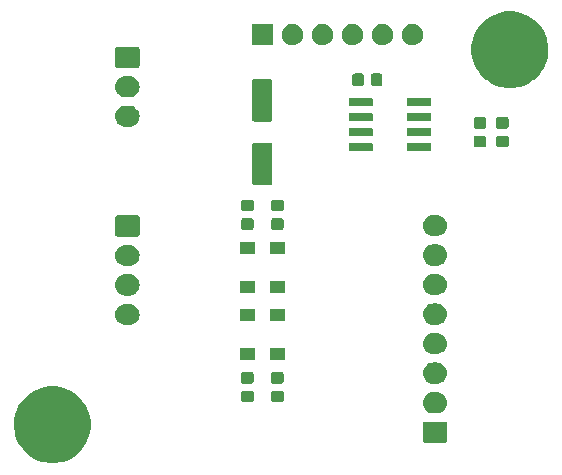
<source format=gbr>
G04 #@! TF.GenerationSoftware,KiCad,Pcbnew,(5.1.5)-3*
G04 #@! TF.CreationDate,2020-09-26T22:29:55+02:00*
G04 #@! TF.ProjectId,KnokooPedalCtrl,4b6e6f6b-6f6f-4506-9564-616c4374726c,v0.0*
G04 #@! TF.SameCoordinates,Original*
G04 #@! TF.FileFunction,Soldermask,Top*
G04 #@! TF.FilePolarity,Negative*
%FSLAX46Y46*%
G04 Gerber Fmt 4.6, Leading zero omitted, Abs format (unit mm)*
G04 Created by KiCad (PCBNEW (5.1.5)-3) date 2020-09-26 22:29:55*
%MOMM*%
%LPD*%
G04 APERTURE LIST*
%ADD10C,0.100000*%
G04 APERTURE END LIST*
D10*
G36*
X59054239Y-88251467D02*
G01*
X59368282Y-88313934D01*
X59959926Y-88559001D01*
X60248604Y-88751890D01*
X60492391Y-88914783D01*
X60945217Y-89367609D01*
X60965773Y-89398373D01*
X61300999Y-89900074D01*
X61512815Y-90411443D01*
X61546066Y-90491719D01*
X61671000Y-91119803D01*
X61671000Y-91760197D01*
X61608533Y-92074239D01*
X61546066Y-92388282D01*
X61300999Y-92979926D01*
X60945216Y-93512392D01*
X60492392Y-93965216D01*
X59959926Y-94320999D01*
X59368282Y-94566066D01*
X59054239Y-94628533D01*
X58740197Y-94691000D01*
X58099803Y-94691000D01*
X57785761Y-94628533D01*
X57471718Y-94566066D01*
X56880074Y-94320999D01*
X56347608Y-93965216D01*
X55894784Y-93512392D01*
X55539001Y-92979926D01*
X55293934Y-92388282D01*
X55231467Y-92074239D01*
X55169000Y-91760197D01*
X55169000Y-91119803D01*
X55293934Y-90491719D01*
X55327185Y-90411443D01*
X55539001Y-89900074D01*
X55874227Y-89398373D01*
X55894783Y-89367609D01*
X56347609Y-88914783D01*
X56591396Y-88751890D01*
X56880074Y-88559001D01*
X57471718Y-88313934D01*
X57785761Y-88251467D01*
X58099803Y-88189000D01*
X58740197Y-88189000D01*
X59054239Y-88251467D01*
G37*
G36*
X91688600Y-91177989D02*
G01*
X91721652Y-91188015D01*
X91752103Y-91204292D01*
X91778799Y-91226201D01*
X91800708Y-91252897D01*
X91816985Y-91283348D01*
X91827011Y-91316400D01*
X91831000Y-91356903D01*
X91831000Y-92793097D01*
X91827011Y-92833600D01*
X91816985Y-92866652D01*
X91800708Y-92897103D01*
X91778799Y-92923799D01*
X91752103Y-92945708D01*
X91721652Y-92961985D01*
X91688600Y-92972011D01*
X91648097Y-92976000D01*
X89961903Y-92976000D01*
X89921400Y-92972011D01*
X89888348Y-92961985D01*
X89857897Y-92945708D01*
X89831201Y-92923799D01*
X89809292Y-92897103D01*
X89793015Y-92866652D01*
X89782989Y-92833600D01*
X89779000Y-92793097D01*
X89779000Y-91356903D01*
X89782989Y-91316400D01*
X89793015Y-91283348D01*
X89809292Y-91252897D01*
X89831201Y-91226201D01*
X89857897Y-91204292D01*
X89888348Y-91188015D01*
X89921400Y-91177989D01*
X89961903Y-91174000D01*
X91648097Y-91174000D01*
X91688600Y-91177989D01*
G37*
G36*
X91040443Y-88680519D02*
G01*
X91106627Y-88687037D01*
X91276466Y-88738557D01*
X91432991Y-88822222D01*
X91468729Y-88851552D01*
X91570186Y-88934814D01*
X91653448Y-89036271D01*
X91682778Y-89072009D01*
X91766443Y-89228534D01*
X91817963Y-89398373D01*
X91835359Y-89575000D01*
X91817963Y-89751627D01*
X91766443Y-89921466D01*
X91682778Y-90077991D01*
X91653448Y-90113729D01*
X91570186Y-90215186D01*
X91468729Y-90298448D01*
X91432991Y-90327778D01*
X91276466Y-90411443D01*
X91106627Y-90462963D01*
X91040442Y-90469482D01*
X90974260Y-90476000D01*
X90635740Y-90476000D01*
X90569558Y-90469482D01*
X90503373Y-90462963D01*
X90333534Y-90411443D01*
X90177009Y-90327778D01*
X90141271Y-90298448D01*
X90039814Y-90215186D01*
X89956552Y-90113729D01*
X89927222Y-90077991D01*
X89843557Y-89921466D01*
X89792037Y-89751627D01*
X89774641Y-89575000D01*
X89792037Y-89398373D01*
X89843557Y-89228534D01*
X89927222Y-89072009D01*
X89956552Y-89036271D01*
X90039814Y-88934814D01*
X90141271Y-88851552D01*
X90177009Y-88822222D01*
X90333534Y-88738557D01*
X90503373Y-88687037D01*
X90569557Y-88680519D01*
X90635740Y-88674000D01*
X90974260Y-88674000D01*
X91040443Y-88680519D01*
G37*
G36*
X75309591Y-88568085D02*
G01*
X75343569Y-88578393D01*
X75374890Y-88595134D01*
X75402339Y-88617661D01*
X75424866Y-88645110D01*
X75441607Y-88676431D01*
X75451915Y-88710409D01*
X75456000Y-88751890D01*
X75456000Y-89353110D01*
X75451915Y-89394591D01*
X75441607Y-89428569D01*
X75424866Y-89459890D01*
X75402339Y-89487339D01*
X75374890Y-89509866D01*
X75343569Y-89526607D01*
X75309591Y-89536915D01*
X75268110Y-89541000D01*
X74591890Y-89541000D01*
X74550409Y-89536915D01*
X74516431Y-89526607D01*
X74485110Y-89509866D01*
X74457661Y-89487339D01*
X74435134Y-89459890D01*
X74418393Y-89428569D01*
X74408085Y-89394591D01*
X74404000Y-89353110D01*
X74404000Y-88751890D01*
X74408085Y-88710409D01*
X74418393Y-88676431D01*
X74435134Y-88645110D01*
X74457661Y-88617661D01*
X74485110Y-88595134D01*
X74516431Y-88578393D01*
X74550409Y-88568085D01*
X74591890Y-88564000D01*
X75268110Y-88564000D01*
X75309591Y-88568085D01*
G37*
G36*
X77849591Y-88568085D02*
G01*
X77883569Y-88578393D01*
X77914890Y-88595134D01*
X77942339Y-88617661D01*
X77964866Y-88645110D01*
X77981607Y-88676431D01*
X77991915Y-88710409D01*
X77996000Y-88751890D01*
X77996000Y-89353110D01*
X77991915Y-89394591D01*
X77981607Y-89428569D01*
X77964866Y-89459890D01*
X77942339Y-89487339D01*
X77914890Y-89509866D01*
X77883569Y-89526607D01*
X77849591Y-89536915D01*
X77808110Y-89541000D01*
X77131890Y-89541000D01*
X77090409Y-89536915D01*
X77056431Y-89526607D01*
X77025110Y-89509866D01*
X76997661Y-89487339D01*
X76975134Y-89459890D01*
X76958393Y-89428569D01*
X76948085Y-89394591D01*
X76944000Y-89353110D01*
X76944000Y-88751890D01*
X76948085Y-88710409D01*
X76958393Y-88676431D01*
X76975134Y-88645110D01*
X76997661Y-88617661D01*
X77025110Y-88595134D01*
X77056431Y-88578393D01*
X77090409Y-88568085D01*
X77131890Y-88564000D01*
X77808110Y-88564000D01*
X77849591Y-88568085D01*
G37*
G36*
X91040442Y-86180518D02*
G01*
X91106627Y-86187037D01*
X91276466Y-86238557D01*
X91432991Y-86322222D01*
X91468729Y-86351552D01*
X91570186Y-86434814D01*
X91653448Y-86536271D01*
X91682778Y-86572009D01*
X91766443Y-86728534D01*
X91817963Y-86898373D01*
X91835359Y-87075000D01*
X91817963Y-87251627D01*
X91766443Y-87421466D01*
X91682778Y-87577991D01*
X91653448Y-87613729D01*
X91570186Y-87715186D01*
X91468729Y-87798448D01*
X91432991Y-87827778D01*
X91276466Y-87911443D01*
X91106627Y-87962963D01*
X91040442Y-87969482D01*
X90974260Y-87976000D01*
X90635740Y-87976000D01*
X90569558Y-87969482D01*
X90503373Y-87962963D01*
X90333534Y-87911443D01*
X90177009Y-87827778D01*
X90141271Y-87798448D01*
X90039814Y-87715186D01*
X89956552Y-87613729D01*
X89927222Y-87577991D01*
X89843557Y-87421466D01*
X89792037Y-87251627D01*
X89774641Y-87075000D01*
X89792037Y-86898373D01*
X89843557Y-86728534D01*
X89927222Y-86572009D01*
X89956552Y-86536271D01*
X90039814Y-86434814D01*
X90141271Y-86351552D01*
X90177009Y-86322222D01*
X90333534Y-86238557D01*
X90503373Y-86187037D01*
X90569558Y-86180518D01*
X90635740Y-86174000D01*
X90974260Y-86174000D01*
X91040442Y-86180518D01*
G37*
G36*
X77849591Y-86993085D02*
G01*
X77883569Y-87003393D01*
X77914890Y-87020134D01*
X77942339Y-87042661D01*
X77964866Y-87070110D01*
X77981607Y-87101431D01*
X77991915Y-87135409D01*
X77996000Y-87176890D01*
X77996000Y-87778110D01*
X77991915Y-87819591D01*
X77981607Y-87853569D01*
X77964866Y-87884890D01*
X77942339Y-87912339D01*
X77914890Y-87934866D01*
X77883569Y-87951607D01*
X77849591Y-87961915D01*
X77808110Y-87966000D01*
X77131890Y-87966000D01*
X77090409Y-87961915D01*
X77056431Y-87951607D01*
X77025110Y-87934866D01*
X76997661Y-87912339D01*
X76975134Y-87884890D01*
X76958393Y-87853569D01*
X76948085Y-87819591D01*
X76944000Y-87778110D01*
X76944000Y-87176890D01*
X76948085Y-87135409D01*
X76958393Y-87101431D01*
X76975134Y-87070110D01*
X76997661Y-87042661D01*
X77025110Y-87020134D01*
X77056431Y-87003393D01*
X77090409Y-86993085D01*
X77131890Y-86989000D01*
X77808110Y-86989000D01*
X77849591Y-86993085D01*
G37*
G36*
X75309591Y-86993085D02*
G01*
X75343569Y-87003393D01*
X75374890Y-87020134D01*
X75402339Y-87042661D01*
X75424866Y-87070110D01*
X75441607Y-87101431D01*
X75451915Y-87135409D01*
X75456000Y-87176890D01*
X75456000Y-87778110D01*
X75451915Y-87819591D01*
X75441607Y-87853569D01*
X75424866Y-87884890D01*
X75402339Y-87912339D01*
X75374890Y-87934866D01*
X75343569Y-87951607D01*
X75309591Y-87961915D01*
X75268110Y-87966000D01*
X74591890Y-87966000D01*
X74550409Y-87961915D01*
X74516431Y-87951607D01*
X74485110Y-87934866D01*
X74457661Y-87912339D01*
X74435134Y-87884890D01*
X74418393Y-87853569D01*
X74408085Y-87819591D01*
X74404000Y-87778110D01*
X74404000Y-87176890D01*
X74408085Y-87135409D01*
X74418393Y-87101431D01*
X74435134Y-87070110D01*
X74457661Y-87042661D01*
X74485110Y-87020134D01*
X74516431Y-87003393D01*
X74550409Y-86993085D01*
X74591890Y-86989000D01*
X75268110Y-86989000D01*
X75309591Y-86993085D01*
G37*
G36*
X78121000Y-85971000D02*
G01*
X76819000Y-85971000D01*
X76819000Y-84969000D01*
X78121000Y-84969000D01*
X78121000Y-85971000D01*
G37*
G36*
X75581000Y-85971000D02*
G01*
X74279000Y-85971000D01*
X74279000Y-84969000D01*
X75581000Y-84969000D01*
X75581000Y-85971000D01*
G37*
G36*
X91040443Y-83680519D02*
G01*
X91106627Y-83687037D01*
X91276466Y-83738557D01*
X91432991Y-83822222D01*
X91468729Y-83851552D01*
X91570186Y-83934814D01*
X91653448Y-84036271D01*
X91682778Y-84072009D01*
X91766443Y-84228534D01*
X91817963Y-84398373D01*
X91835359Y-84575000D01*
X91817963Y-84751627D01*
X91766443Y-84921466D01*
X91682778Y-85077991D01*
X91653448Y-85113729D01*
X91570186Y-85215186D01*
X91468729Y-85298448D01*
X91432991Y-85327778D01*
X91276466Y-85411443D01*
X91106627Y-85462963D01*
X91040442Y-85469482D01*
X90974260Y-85476000D01*
X90635740Y-85476000D01*
X90569558Y-85469482D01*
X90503373Y-85462963D01*
X90333534Y-85411443D01*
X90177009Y-85327778D01*
X90141271Y-85298448D01*
X90039814Y-85215186D01*
X89956552Y-85113729D01*
X89927222Y-85077991D01*
X89843557Y-84921466D01*
X89792037Y-84751627D01*
X89774641Y-84575000D01*
X89792037Y-84398373D01*
X89843557Y-84228534D01*
X89927222Y-84072009D01*
X89956552Y-84036271D01*
X90039814Y-83934814D01*
X90141271Y-83851552D01*
X90177009Y-83822222D01*
X90333534Y-83738557D01*
X90503373Y-83687037D01*
X90569557Y-83680519D01*
X90635740Y-83674000D01*
X90974260Y-83674000D01*
X91040443Y-83680519D01*
G37*
G36*
X65005442Y-81218018D02*
G01*
X65071627Y-81224537D01*
X65241466Y-81276057D01*
X65397991Y-81359722D01*
X65433729Y-81389052D01*
X65535186Y-81472314D01*
X65617002Y-81572009D01*
X65647778Y-81609509D01*
X65731443Y-81766034D01*
X65782963Y-81935873D01*
X65800359Y-82112500D01*
X65782963Y-82289127D01*
X65731443Y-82458966D01*
X65647778Y-82615491D01*
X65618448Y-82651229D01*
X65535186Y-82752686D01*
X65433729Y-82835948D01*
X65397991Y-82865278D01*
X65241466Y-82948943D01*
X65071627Y-83000463D01*
X65005442Y-83006982D01*
X64939260Y-83013500D01*
X64600740Y-83013500D01*
X64534558Y-83006982D01*
X64468373Y-83000463D01*
X64298534Y-82948943D01*
X64142009Y-82865278D01*
X64106271Y-82835948D01*
X64004814Y-82752686D01*
X63921552Y-82651229D01*
X63892222Y-82615491D01*
X63808557Y-82458966D01*
X63757037Y-82289127D01*
X63739641Y-82112500D01*
X63757037Y-81935873D01*
X63808557Y-81766034D01*
X63892222Y-81609509D01*
X63922998Y-81572009D01*
X64004814Y-81472314D01*
X64106271Y-81389052D01*
X64142009Y-81359722D01*
X64298534Y-81276057D01*
X64468373Y-81224537D01*
X64534558Y-81218018D01*
X64600740Y-81211500D01*
X64939260Y-81211500D01*
X65005442Y-81218018D01*
G37*
G36*
X91040442Y-81180518D02*
G01*
X91106627Y-81187037D01*
X91276466Y-81238557D01*
X91432991Y-81322222D01*
X91468729Y-81351552D01*
X91570186Y-81434814D01*
X91653448Y-81536271D01*
X91682778Y-81572009D01*
X91766443Y-81728534D01*
X91817963Y-81898373D01*
X91835359Y-82075000D01*
X91817963Y-82251627D01*
X91766443Y-82421466D01*
X91682778Y-82577991D01*
X91653448Y-82613729D01*
X91570186Y-82715186D01*
X91468729Y-82798448D01*
X91432991Y-82827778D01*
X91276466Y-82911443D01*
X91106627Y-82962963D01*
X91040443Y-82969481D01*
X90974260Y-82976000D01*
X90635740Y-82976000D01*
X90569557Y-82969481D01*
X90503373Y-82962963D01*
X90333534Y-82911443D01*
X90177009Y-82827778D01*
X90141271Y-82798448D01*
X90039814Y-82715186D01*
X89956552Y-82613729D01*
X89927222Y-82577991D01*
X89843557Y-82421466D01*
X89792037Y-82251627D01*
X89774641Y-82075000D01*
X89792037Y-81898373D01*
X89843557Y-81728534D01*
X89927222Y-81572009D01*
X89956552Y-81536271D01*
X90039814Y-81434814D01*
X90141271Y-81351552D01*
X90177009Y-81322222D01*
X90333534Y-81238557D01*
X90503373Y-81187037D01*
X90569558Y-81180518D01*
X90635740Y-81174000D01*
X90974260Y-81174000D01*
X91040442Y-81180518D01*
G37*
G36*
X78121000Y-82671000D02*
G01*
X76819000Y-82671000D01*
X76819000Y-81669000D01*
X78121000Y-81669000D01*
X78121000Y-82671000D01*
G37*
G36*
X75581000Y-82671000D02*
G01*
X74279000Y-82671000D01*
X74279000Y-81669000D01*
X75581000Y-81669000D01*
X75581000Y-82671000D01*
G37*
G36*
X65005442Y-78718018D02*
G01*
X65071627Y-78724537D01*
X65241466Y-78776057D01*
X65397991Y-78859722D01*
X65433729Y-78889052D01*
X65535186Y-78972314D01*
X65617002Y-79072009D01*
X65647778Y-79109509D01*
X65731443Y-79266034D01*
X65782963Y-79435873D01*
X65800359Y-79612500D01*
X65782963Y-79789127D01*
X65731443Y-79958966D01*
X65647778Y-80115491D01*
X65618448Y-80151229D01*
X65535186Y-80252686D01*
X65433729Y-80335948D01*
X65397991Y-80365278D01*
X65241466Y-80448943D01*
X65071627Y-80500463D01*
X65005443Y-80506981D01*
X64939260Y-80513500D01*
X64600740Y-80513500D01*
X64534557Y-80506981D01*
X64468373Y-80500463D01*
X64298534Y-80448943D01*
X64142009Y-80365278D01*
X64106271Y-80335948D01*
X64004814Y-80252686D01*
X63921552Y-80151229D01*
X63892222Y-80115491D01*
X63808557Y-79958966D01*
X63757037Y-79789127D01*
X63739641Y-79612500D01*
X63757037Y-79435873D01*
X63808557Y-79266034D01*
X63892222Y-79109509D01*
X63922998Y-79072009D01*
X64004814Y-78972314D01*
X64106271Y-78889052D01*
X64142009Y-78859722D01*
X64298534Y-78776057D01*
X64468373Y-78724537D01*
X64534558Y-78718018D01*
X64600740Y-78711500D01*
X64939260Y-78711500D01*
X65005442Y-78718018D01*
G37*
G36*
X91040442Y-78680518D02*
G01*
X91106627Y-78687037D01*
X91276466Y-78738557D01*
X91432991Y-78822222D01*
X91468729Y-78851552D01*
X91570186Y-78934814D01*
X91653448Y-79036271D01*
X91682778Y-79072009D01*
X91766443Y-79228534D01*
X91817963Y-79398373D01*
X91835359Y-79575000D01*
X91817963Y-79751627D01*
X91766443Y-79921466D01*
X91682778Y-80077991D01*
X91653448Y-80113729D01*
X91570186Y-80215186D01*
X91468729Y-80298448D01*
X91432991Y-80327778D01*
X91276466Y-80411443D01*
X91106627Y-80462963D01*
X91040442Y-80469482D01*
X90974260Y-80476000D01*
X90635740Y-80476000D01*
X90569558Y-80469482D01*
X90503373Y-80462963D01*
X90333534Y-80411443D01*
X90177009Y-80327778D01*
X90141271Y-80298448D01*
X90039814Y-80215186D01*
X89956552Y-80113729D01*
X89927222Y-80077991D01*
X89843557Y-79921466D01*
X89792037Y-79751627D01*
X89774641Y-79575000D01*
X89792037Y-79398373D01*
X89843557Y-79228534D01*
X89927222Y-79072009D01*
X89956552Y-79036271D01*
X90039814Y-78934814D01*
X90141271Y-78851552D01*
X90177009Y-78822222D01*
X90333534Y-78738557D01*
X90503373Y-78687037D01*
X90569558Y-78680518D01*
X90635740Y-78674000D01*
X90974260Y-78674000D01*
X91040442Y-78680518D01*
G37*
G36*
X78121000Y-80256000D02*
G01*
X76819000Y-80256000D01*
X76819000Y-79254000D01*
X78121000Y-79254000D01*
X78121000Y-80256000D01*
G37*
G36*
X75581000Y-80256000D02*
G01*
X74279000Y-80256000D01*
X74279000Y-79254000D01*
X75581000Y-79254000D01*
X75581000Y-80256000D01*
G37*
G36*
X65005442Y-76218018D02*
G01*
X65071627Y-76224537D01*
X65241466Y-76276057D01*
X65397991Y-76359722D01*
X65433729Y-76389052D01*
X65535186Y-76472314D01*
X65617002Y-76572009D01*
X65647778Y-76609509D01*
X65731443Y-76766034D01*
X65782963Y-76935873D01*
X65800359Y-77112500D01*
X65782963Y-77289127D01*
X65731443Y-77458966D01*
X65647778Y-77615491D01*
X65618448Y-77651229D01*
X65535186Y-77752686D01*
X65433729Y-77835948D01*
X65397991Y-77865278D01*
X65241466Y-77948943D01*
X65071627Y-78000463D01*
X65005443Y-78006981D01*
X64939260Y-78013500D01*
X64600740Y-78013500D01*
X64534557Y-78006981D01*
X64468373Y-78000463D01*
X64298534Y-77948943D01*
X64142009Y-77865278D01*
X64106271Y-77835948D01*
X64004814Y-77752686D01*
X63921552Y-77651229D01*
X63892222Y-77615491D01*
X63808557Y-77458966D01*
X63757037Y-77289127D01*
X63739641Y-77112500D01*
X63757037Y-76935873D01*
X63808557Y-76766034D01*
X63892222Y-76609509D01*
X63922998Y-76572009D01*
X64004814Y-76472314D01*
X64106271Y-76389052D01*
X64142009Y-76359722D01*
X64298534Y-76276057D01*
X64468373Y-76224537D01*
X64534558Y-76218018D01*
X64600740Y-76211500D01*
X64939260Y-76211500D01*
X65005442Y-76218018D01*
G37*
G36*
X91040443Y-76180519D02*
G01*
X91106627Y-76187037D01*
X91276466Y-76238557D01*
X91432991Y-76322222D01*
X91468729Y-76351552D01*
X91570186Y-76434814D01*
X91653448Y-76536271D01*
X91682778Y-76572009D01*
X91766443Y-76728534D01*
X91817963Y-76898373D01*
X91835359Y-77075000D01*
X91817963Y-77251627D01*
X91766443Y-77421466D01*
X91682778Y-77577991D01*
X91653448Y-77613729D01*
X91570186Y-77715186D01*
X91468729Y-77798448D01*
X91432991Y-77827778D01*
X91276466Y-77911443D01*
X91106627Y-77962963D01*
X91040443Y-77969481D01*
X90974260Y-77976000D01*
X90635740Y-77976000D01*
X90569557Y-77969481D01*
X90503373Y-77962963D01*
X90333534Y-77911443D01*
X90177009Y-77827778D01*
X90141271Y-77798448D01*
X90039814Y-77715186D01*
X89956552Y-77613729D01*
X89927222Y-77577991D01*
X89843557Y-77421466D01*
X89792037Y-77251627D01*
X89774641Y-77075000D01*
X89792037Y-76898373D01*
X89843557Y-76728534D01*
X89927222Y-76572009D01*
X89956552Y-76536271D01*
X90039814Y-76434814D01*
X90141271Y-76351552D01*
X90177009Y-76322222D01*
X90333534Y-76238557D01*
X90503373Y-76187037D01*
X90569557Y-76180519D01*
X90635740Y-76174000D01*
X90974260Y-76174000D01*
X91040443Y-76180519D01*
G37*
G36*
X75581000Y-76956000D02*
G01*
X74279000Y-76956000D01*
X74279000Y-75954000D01*
X75581000Y-75954000D01*
X75581000Y-76956000D01*
G37*
G36*
X78121000Y-76956000D02*
G01*
X76819000Y-76956000D01*
X76819000Y-75954000D01*
X78121000Y-75954000D01*
X78121000Y-76956000D01*
G37*
G36*
X65653600Y-73715489D02*
G01*
X65686652Y-73725515D01*
X65717103Y-73741792D01*
X65743799Y-73763701D01*
X65765708Y-73790397D01*
X65781985Y-73820848D01*
X65792011Y-73853900D01*
X65796000Y-73894403D01*
X65796000Y-75330597D01*
X65792011Y-75371100D01*
X65781985Y-75404152D01*
X65765708Y-75434603D01*
X65743799Y-75461299D01*
X65717103Y-75483208D01*
X65686652Y-75499485D01*
X65653600Y-75509511D01*
X65613097Y-75513500D01*
X63926903Y-75513500D01*
X63886400Y-75509511D01*
X63853348Y-75499485D01*
X63822897Y-75483208D01*
X63796201Y-75461299D01*
X63774292Y-75434603D01*
X63758015Y-75404152D01*
X63747989Y-75371100D01*
X63744000Y-75330597D01*
X63744000Y-73894403D01*
X63747989Y-73853900D01*
X63758015Y-73820848D01*
X63774292Y-73790397D01*
X63796201Y-73763701D01*
X63822897Y-73741792D01*
X63853348Y-73725515D01*
X63886400Y-73715489D01*
X63926903Y-73711500D01*
X65613097Y-73711500D01*
X65653600Y-73715489D01*
G37*
G36*
X91040442Y-73680518D02*
G01*
X91106627Y-73687037D01*
X91276466Y-73738557D01*
X91432991Y-73822222D01*
X91468729Y-73851552D01*
X91570186Y-73934814D01*
X91634072Y-74012661D01*
X91682778Y-74072009D01*
X91766443Y-74228534D01*
X91817963Y-74398373D01*
X91835359Y-74575000D01*
X91817963Y-74751627D01*
X91766443Y-74921466D01*
X91682778Y-75077991D01*
X91653448Y-75113729D01*
X91570186Y-75215186D01*
X91468729Y-75298448D01*
X91432991Y-75327778D01*
X91432989Y-75327779D01*
X91290107Y-75404152D01*
X91276466Y-75411443D01*
X91106627Y-75462963D01*
X91046966Y-75468839D01*
X90974260Y-75476000D01*
X90635740Y-75476000D01*
X90563034Y-75468839D01*
X90503373Y-75462963D01*
X90333534Y-75411443D01*
X90319894Y-75404152D01*
X90177011Y-75327779D01*
X90177009Y-75327778D01*
X90141271Y-75298448D01*
X90039814Y-75215186D01*
X89956552Y-75113729D01*
X89927222Y-75077991D01*
X89843557Y-74921466D01*
X89792037Y-74751627D01*
X89774641Y-74575000D01*
X89792037Y-74398373D01*
X89843557Y-74228534D01*
X89927222Y-74072009D01*
X89975928Y-74012661D01*
X90039814Y-73934814D01*
X90141271Y-73851552D01*
X90177009Y-73822222D01*
X90333534Y-73738557D01*
X90503373Y-73687037D01*
X90569558Y-73680518D01*
X90635740Y-73674000D01*
X90974260Y-73674000D01*
X91040442Y-73680518D01*
G37*
G36*
X75309591Y-73963085D02*
G01*
X75343569Y-73973393D01*
X75374890Y-73990134D01*
X75402339Y-74012661D01*
X75424866Y-74040110D01*
X75441607Y-74071431D01*
X75451915Y-74105409D01*
X75456000Y-74146890D01*
X75456000Y-74748110D01*
X75451915Y-74789591D01*
X75441607Y-74823569D01*
X75424866Y-74854890D01*
X75402339Y-74882339D01*
X75374890Y-74904866D01*
X75343569Y-74921607D01*
X75309591Y-74931915D01*
X75268110Y-74936000D01*
X74591890Y-74936000D01*
X74550409Y-74931915D01*
X74516431Y-74921607D01*
X74485110Y-74904866D01*
X74457661Y-74882339D01*
X74435134Y-74854890D01*
X74418393Y-74823569D01*
X74408085Y-74789591D01*
X74404000Y-74748110D01*
X74404000Y-74146890D01*
X74408085Y-74105409D01*
X74418393Y-74071431D01*
X74435134Y-74040110D01*
X74457661Y-74012661D01*
X74485110Y-73990134D01*
X74516431Y-73973393D01*
X74550409Y-73963085D01*
X74591890Y-73959000D01*
X75268110Y-73959000D01*
X75309591Y-73963085D01*
G37*
G36*
X77849591Y-73963085D02*
G01*
X77883569Y-73973393D01*
X77914890Y-73990134D01*
X77942339Y-74012661D01*
X77964866Y-74040110D01*
X77981607Y-74071431D01*
X77991915Y-74105409D01*
X77996000Y-74146890D01*
X77996000Y-74748110D01*
X77991915Y-74789591D01*
X77981607Y-74823569D01*
X77964866Y-74854890D01*
X77942339Y-74882339D01*
X77914890Y-74904866D01*
X77883569Y-74921607D01*
X77849591Y-74931915D01*
X77808110Y-74936000D01*
X77131890Y-74936000D01*
X77090409Y-74931915D01*
X77056431Y-74921607D01*
X77025110Y-74904866D01*
X76997661Y-74882339D01*
X76975134Y-74854890D01*
X76958393Y-74823569D01*
X76948085Y-74789591D01*
X76944000Y-74748110D01*
X76944000Y-74146890D01*
X76948085Y-74105409D01*
X76958393Y-74071431D01*
X76975134Y-74040110D01*
X76997661Y-74012661D01*
X77025110Y-73990134D01*
X77056431Y-73973393D01*
X77090409Y-73963085D01*
X77131890Y-73959000D01*
X77808110Y-73959000D01*
X77849591Y-73963085D01*
G37*
G36*
X75309591Y-72388085D02*
G01*
X75343569Y-72398393D01*
X75374890Y-72415134D01*
X75402339Y-72437661D01*
X75424866Y-72465110D01*
X75441607Y-72496431D01*
X75451915Y-72530409D01*
X75456000Y-72571890D01*
X75456000Y-73173110D01*
X75451915Y-73214591D01*
X75441607Y-73248569D01*
X75424866Y-73279890D01*
X75402339Y-73307339D01*
X75374890Y-73329866D01*
X75343569Y-73346607D01*
X75309591Y-73356915D01*
X75268110Y-73361000D01*
X74591890Y-73361000D01*
X74550409Y-73356915D01*
X74516431Y-73346607D01*
X74485110Y-73329866D01*
X74457661Y-73307339D01*
X74435134Y-73279890D01*
X74418393Y-73248569D01*
X74408085Y-73214591D01*
X74404000Y-73173110D01*
X74404000Y-72571890D01*
X74408085Y-72530409D01*
X74418393Y-72496431D01*
X74435134Y-72465110D01*
X74457661Y-72437661D01*
X74485110Y-72415134D01*
X74516431Y-72398393D01*
X74550409Y-72388085D01*
X74591890Y-72384000D01*
X75268110Y-72384000D01*
X75309591Y-72388085D01*
G37*
G36*
X77849591Y-72388085D02*
G01*
X77883569Y-72398393D01*
X77914890Y-72415134D01*
X77942339Y-72437661D01*
X77964866Y-72465110D01*
X77981607Y-72496431D01*
X77991915Y-72530409D01*
X77996000Y-72571890D01*
X77996000Y-73173110D01*
X77991915Y-73214591D01*
X77981607Y-73248569D01*
X77964866Y-73279890D01*
X77942339Y-73307339D01*
X77914890Y-73329866D01*
X77883569Y-73346607D01*
X77849591Y-73356915D01*
X77808110Y-73361000D01*
X77131890Y-73361000D01*
X77090409Y-73356915D01*
X77056431Y-73346607D01*
X77025110Y-73329866D01*
X76997661Y-73307339D01*
X76975134Y-73279890D01*
X76958393Y-73248569D01*
X76948085Y-73214591D01*
X76944000Y-73173110D01*
X76944000Y-72571890D01*
X76948085Y-72530409D01*
X76958393Y-72496431D01*
X76975134Y-72465110D01*
X76997661Y-72437661D01*
X77025110Y-72415134D01*
X77056431Y-72398393D01*
X77090409Y-72388085D01*
X77131890Y-72384000D01*
X77808110Y-72384000D01*
X77849591Y-72388085D01*
G37*
G36*
X76905997Y-67578051D02*
G01*
X76939652Y-67588261D01*
X76970665Y-67604838D01*
X76997851Y-67627149D01*
X77020162Y-67654335D01*
X77036739Y-67685348D01*
X77046949Y-67719003D01*
X77051000Y-67760138D01*
X77051000Y-70989862D01*
X77046949Y-71030997D01*
X77036739Y-71064652D01*
X77020162Y-71095665D01*
X76997851Y-71122851D01*
X76970665Y-71145162D01*
X76939652Y-71161739D01*
X76905997Y-71171949D01*
X76864862Y-71176000D01*
X75535138Y-71176000D01*
X75494003Y-71171949D01*
X75460348Y-71161739D01*
X75429335Y-71145162D01*
X75402149Y-71122851D01*
X75379838Y-71095665D01*
X75363261Y-71064652D01*
X75353051Y-71030997D01*
X75349000Y-70989862D01*
X75349000Y-67760138D01*
X75353051Y-67719003D01*
X75363261Y-67685348D01*
X75379838Y-67654335D01*
X75402149Y-67627149D01*
X75429335Y-67604838D01*
X75460348Y-67588261D01*
X75494003Y-67578051D01*
X75535138Y-67574000D01*
X76864862Y-67574000D01*
X76905997Y-67578051D01*
G37*
G36*
X85454928Y-67596764D02*
G01*
X85476009Y-67603160D01*
X85495445Y-67613548D01*
X85512476Y-67627524D01*
X85526452Y-67644555D01*
X85536840Y-67663991D01*
X85543236Y-67685072D01*
X85546000Y-67713140D01*
X85546000Y-68176860D01*
X85543236Y-68204928D01*
X85536840Y-68226009D01*
X85526452Y-68245445D01*
X85512476Y-68262476D01*
X85495445Y-68276452D01*
X85476009Y-68286840D01*
X85454928Y-68293236D01*
X85426860Y-68296000D01*
X83613140Y-68296000D01*
X83585072Y-68293236D01*
X83563991Y-68286840D01*
X83544555Y-68276452D01*
X83527524Y-68262476D01*
X83513548Y-68245445D01*
X83503160Y-68226009D01*
X83496764Y-68204928D01*
X83494000Y-68176860D01*
X83494000Y-67713140D01*
X83496764Y-67685072D01*
X83503160Y-67663991D01*
X83513548Y-67644555D01*
X83527524Y-67627524D01*
X83544555Y-67613548D01*
X83563991Y-67603160D01*
X83585072Y-67596764D01*
X83613140Y-67594000D01*
X85426860Y-67594000D01*
X85454928Y-67596764D01*
G37*
G36*
X90404928Y-67596764D02*
G01*
X90426009Y-67603160D01*
X90445445Y-67613548D01*
X90462476Y-67627524D01*
X90476452Y-67644555D01*
X90486840Y-67663991D01*
X90493236Y-67685072D01*
X90496000Y-67713140D01*
X90496000Y-68176860D01*
X90493236Y-68204928D01*
X90486840Y-68226009D01*
X90476452Y-68245445D01*
X90462476Y-68262476D01*
X90445445Y-68276452D01*
X90426009Y-68286840D01*
X90404928Y-68293236D01*
X90376860Y-68296000D01*
X88563140Y-68296000D01*
X88535072Y-68293236D01*
X88513991Y-68286840D01*
X88494555Y-68276452D01*
X88477524Y-68262476D01*
X88463548Y-68245445D01*
X88453160Y-68226009D01*
X88446764Y-68204928D01*
X88444000Y-68176860D01*
X88444000Y-67713140D01*
X88446764Y-67685072D01*
X88453160Y-67663991D01*
X88463548Y-67644555D01*
X88477524Y-67627524D01*
X88494555Y-67613548D01*
X88513991Y-67603160D01*
X88535072Y-67596764D01*
X88563140Y-67594000D01*
X90376860Y-67594000D01*
X90404928Y-67596764D01*
G37*
G36*
X94994591Y-66978085D02*
G01*
X95028569Y-66988393D01*
X95059890Y-67005134D01*
X95087339Y-67027661D01*
X95109866Y-67055110D01*
X95126607Y-67086431D01*
X95136915Y-67120409D01*
X95141000Y-67161890D01*
X95141000Y-67763110D01*
X95136915Y-67804591D01*
X95126607Y-67838569D01*
X95109866Y-67869890D01*
X95087339Y-67897339D01*
X95059890Y-67919866D01*
X95028569Y-67936607D01*
X94994591Y-67946915D01*
X94953110Y-67951000D01*
X94276890Y-67951000D01*
X94235409Y-67946915D01*
X94201431Y-67936607D01*
X94170110Y-67919866D01*
X94142661Y-67897339D01*
X94120134Y-67869890D01*
X94103393Y-67838569D01*
X94093085Y-67804591D01*
X94089000Y-67763110D01*
X94089000Y-67161890D01*
X94093085Y-67120409D01*
X94103393Y-67086431D01*
X94120134Y-67055110D01*
X94142661Y-67027661D01*
X94170110Y-67005134D01*
X94201431Y-66988393D01*
X94235409Y-66978085D01*
X94276890Y-66974000D01*
X94953110Y-66974000D01*
X94994591Y-66978085D01*
G37*
G36*
X96899591Y-66978085D02*
G01*
X96933569Y-66988393D01*
X96964890Y-67005134D01*
X96992339Y-67027661D01*
X97014866Y-67055110D01*
X97031607Y-67086431D01*
X97041915Y-67120409D01*
X97046000Y-67161890D01*
X97046000Y-67763110D01*
X97041915Y-67804591D01*
X97031607Y-67838569D01*
X97014866Y-67869890D01*
X96992339Y-67897339D01*
X96964890Y-67919866D01*
X96933569Y-67936607D01*
X96899591Y-67946915D01*
X96858110Y-67951000D01*
X96181890Y-67951000D01*
X96140409Y-67946915D01*
X96106431Y-67936607D01*
X96075110Y-67919866D01*
X96047661Y-67897339D01*
X96025134Y-67869890D01*
X96008393Y-67838569D01*
X95998085Y-67804591D01*
X95994000Y-67763110D01*
X95994000Y-67161890D01*
X95998085Y-67120409D01*
X96008393Y-67086431D01*
X96025134Y-67055110D01*
X96047661Y-67027661D01*
X96075110Y-67005134D01*
X96106431Y-66988393D01*
X96140409Y-66978085D01*
X96181890Y-66974000D01*
X96858110Y-66974000D01*
X96899591Y-66978085D01*
G37*
G36*
X90404928Y-66326764D02*
G01*
X90426009Y-66333160D01*
X90445445Y-66343548D01*
X90462476Y-66357524D01*
X90476452Y-66374555D01*
X90486840Y-66393991D01*
X90493236Y-66415072D01*
X90496000Y-66443140D01*
X90496000Y-66906860D01*
X90493236Y-66934928D01*
X90486840Y-66956009D01*
X90476452Y-66975445D01*
X90462476Y-66992476D01*
X90445445Y-67006452D01*
X90426009Y-67016840D01*
X90404928Y-67023236D01*
X90376860Y-67026000D01*
X88563140Y-67026000D01*
X88535072Y-67023236D01*
X88513991Y-67016840D01*
X88494555Y-67006452D01*
X88477524Y-66992476D01*
X88463548Y-66975445D01*
X88453160Y-66956009D01*
X88446764Y-66934928D01*
X88444000Y-66906860D01*
X88444000Y-66443140D01*
X88446764Y-66415072D01*
X88453160Y-66393991D01*
X88463548Y-66374555D01*
X88477524Y-66357524D01*
X88494555Y-66343548D01*
X88513991Y-66333160D01*
X88535072Y-66326764D01*
X88563140Y-66324000D01*
X90376860Y-66324000D01*
X90404928Y-66326764D01*
G37*
G36*
X85454928Y-66326764D02*
G01*
X85476009Y-66333160D01*
X85495445Y-66343548D01*
X85512476Y-66357524D01*
X85526452Y-66374555D01*
X85536840Y-66393991D01*
X85543236Y-66415072D01*
X85546000Y-66443140D01*
X85546000Y-66906860D01*
X85543236Y-66934928D01*
X85536840Y-66956009D01*
X85526452Y-66975445D01*
X85512476Y-66992476D01*
X85495445Y-67006452D01*
X85476009Y-67016840D01*
X85454928Y-67023236D01*
X85426860Y-67026000D01*
X83613140Y-67026000D01*
X83585072Y-67023236D01*
X83563991Y-67016840D01*
X83544555Y-67006452D01*
X83527524Y-66992476D01*
X83513548Y-66975445D01*
X83503160Y-66956009D01*
X83496764Y-66934928D01*
X83494000Y-66906860D01*
X83494000Y-66443140D01*
X83496764Y-66415072D01*
X83503160Y-66393991D01*
X83513548Y-66374555D01*
X83527524Y-66357524D01*
X83544555Y-66343548D01*
X83563991Y-66333160D01*
X83585072Y-66326764D01*
X83613140Y-66324000D01*
X85426860Y-66324000D01*
X85454928Y-66326764D01*
G37*
G36*
X94994591Y-65403085D02*
G01*
X95028569Y-65413393D01*
X95059890Y-65430134D01*
X95087339Y-65452661D01*
X95109866Y-65480110D01*
X95126607Y-65511431D01*
X95136915Y-65545409D01*
X95141000Y-65586890D01*
X95141000Y-66188110D01*
X95136915Y-66229591D01*
X95126607Y-66263569D01*
X95109866Y-66294890D01*
X95087339Y-66322339D01*
X95059890Y-66344866D01*
X95028569Y-66361607D01*
X94994591Y-66371915D01*
X94953110Y-66376000D01*
X94276890Y-66376000D01*
X94235409Y-66371915D01*
X94201431Y-66361607D01*
X94170110Y-66344866D01*
X94142661Y-66322339D01*
X94120134Y-66294890D01*
X94103393Y-66263569D01*
X94093085Y-66229591D01*
X94089000Y-66188110D01*
X94089000Y-65586890D01*
X94093085Y-65545409D01*
X94103393Y-65511431D01*
X94120134Y-65480110D01*
X94142661Y-65452661D01*
X94170110Y-65430134D01*
X94201431Y-65413393D01*
X94235409Y-65403085D01*
X94276890Y-65399000D01*
X94953110Y-65399000D01*
X94994591Y-65403085D01*
G37*
G36*
X96899591Y-65403085D02*
G01*
X96933569Y-65413393D01*
X96964890Y-65430134D01*
X96992339Y-65452661D01*
X97014866Y-65480110D01*
X97031607Y-65511431D01*
X97041915Y-65545409D01*
X97046000Y-65586890D01*
X97046000Y-66188110D01*
X97041915Y-66229591D01*
X97031607Y-66263569D01*
X97014866Y-66294890D01*
X96992339Y-66322339D01*
X96964890Y-66344866D01*
X96933569Y-66361607D01*
X96899591Y-66371915D01*
X96858110Y-66376000D01*
X96181890Y-66376000D01*
X96140409Y-66371915D01*
X96106431Y-66361607D01*
X96075110Y-66344866D01*
X96047661Y-66322339D01*
X96025134Y-66294890D01*
X96008393Y-66263569D01*
X95998085Y-66229591D01*
X95994000Y-66188110D01*
X95994000Y-65586890D01*
X95998085Y-65545409D01*
X96008393Y-65511431D01*
X96025134Y-65480110D01*
X96047661Y-65452661D01*
X96075110Y-65430134D01*
X96106431Y-65413393D01*
X96140409Y-65403085D01*
X96181890Y-65399000D01*
X96858110Y-65399000D01*
X96899591Y-65403085D01*
G37*
G36*
X65005443Y-64430519D02*
G01*
X65071627Y-64437037D01*
X65241466Y-64488557D01*
X65397991Y-64572222D01*
X65433729Y-64601552D01*
X65535186Y-64684814D01*
X65618448Y-64786271D01*
X65647778Y-64822009D01*
X65731443Y-64978534D01*
X65782963Y-65148373D01*
X65800359Y-65325000D01*
X65782963Y-65501627D01*
X65731443Y-65671466D01*
X65647778Y-65827991D01*
X65618448Y-65863729D01*
X65535186Y-65965186D01*
X65433729Y-66048448D01*
X65397991Y-66077778D01*
X65241466Y-66161443D01*
X65071627Y-66212963D01*
X65005442Y-66219482D01*
X64939260Y-66226000D01*
X64600740Y-66226000D01*
X64534558Y-66219482D01*
X64468373Y-66212963D01*
X64298534Y-66161443D01*
X64142009Y-66077778D01*
X64106271Y-66048448D01*
X64004814Y-65965186D01*
X63921552Y-65863729D01*
X63892222Y-65827991D01*
X63808557Y-65671466D01*
X63757037Y-65501627D01*
X63739641Y-65325000D01*
X63757037Y-65148373D01*
X63808557Y-64978534D01*
X63892222Y-64822009D01*
X63921552Y-64786271D01*
X64004814Y-64684814D01*
X64106271Y-64601552D01*
X64142009Y-64572222D01*
X64298534Y-64488557D01*
X64468373Y-64437037D01*
X64534557Y-64430519D01*
X64600740Y-64424000D01*
X64939260Y-64424000D01*
X65005443Y-64430519D01*
G37*
G36*
X76905997Y-62178051D02*
G01*
X76939652Y-62188261D01*
X76970665Y-62204838D01*
X76997851Y-62227149D01*
X77020162Y-62254335D01*
X77036739Y-62285348D01*
X77046949Y-62319003D01*
X77051000Y-62360138D01*
X77051000Y-65589862D01*
X77046949Y-65630997D01*
X77036739Y-65664652D01*
X77020162Y-65695665D01*
X76997851Y-65722851D01*
X76970665Y-65745162D01*
X76939652Y-65761739D01*
X76905997Y-65771949D01*
X76864862Y-65776000D01*
X75535138Y-65776000D01*
X75494003Y-65771949D01*
X75460348Y-65761739D01*
X75429335Y-65745162D01*
X75402149Y-65722851D01*
X75379838Y-65695665D01*
X75363261Y-65664652D01*
X75353051Y-65630997D01*
X75349000Y-65589862D01*
X75349000Y-62360138D01*
X75353051Y-62319003D01*
X75363261Y-62285348D01*
X75379838Y-62254335D01*
X75402149Y-62227149D01*
X75429335Y-62204838D01*
X75460348Y-62188261D01*
X75494003Y-62178051D01*
X75535138Y-62174000D01*
X76864862Y-62174000D01*
X76905997Y-62178051D01*
G37*
G36*
X90404928Y-65056764D02*
G01*
X90426009Y-65063160D01*
X90445445Y-65073548D01*
X90462476Y-65087524D01*
X90476452Y-65104555D01*
X90486840Y-65123991D01*
X90493236Y-65145072D01*
X90496000Y-65173140D01*
X90496000Y-65636860D01*
X90493236Y-65664928D01*
X90486840Y-65686009D01*
X90476452Y-65705445D01*
X90462476Y-65722476D01*
X90445445Y-65736452D01*
X90426009Y-65746840D01*
X90404928Y-65753236D01*
X90376860Y-65756000D01*
X88563140Y-65756000D01*
X88535072Y-65753236D01*
X88513991Y-65746840D01*
X88494555Y-65736452D01*
X88477524Y-65722476D01*
X88463548Y-65705445D01*
X88453160Y-65686009D01*
X88446764Y-65664928D01*
X88444000Y-65636860D01*
X88444000Y-65173140D01*
X88446764Y-65145072D01*
X88453160Y-65123991D01*
X88463548Y-65104555D01*
X88477524Y-65087524D01*
X88494555Y-65073548D01*
X88513991Y-65063160D01*
X88535072Y-65056764D01*
X88563140Y-65054000D01*
X90376860Y-65054000D01*
X90404928Y-65056764D01*
G37*
G36*
X85454928Y-65056764D02*
G01*
X85476009Y-65063160D01*
X85495445Y-65073548D01*
X85512476Y-65087524D01*
X85526452Y-65104555D01*
X85536840Y-65123991D01*
X85543236Y-65145072D01*
X85546000Y-65173140D01*
X85546000Y-65636860D01*
X85543236Y-65664928D01*
X85536840Y-65686009D01*
X85526452Y-65705445D01*
X85512476Y-65722476D01*
X85495445Y-65736452D01*
X85476009Y-65746840D01*
X85454928Y-65753236D01*
X85426860Y-65756000D01*
X83613140Y-65756000D01*
X83585072Y-65753236D01*
X83563991Y-65746840D01*
X83544555Y-65736452D01*
X83527524Y-65722476D01*
X83513548Y-65705445D01*
X83503160Y-65686009D01*
X83496764Y-65664928D01*
X83494000Y-65636860D01*
X83494000Y-65173140D01*
X83496764Y-65145072D01*
X83503160Y-65123991D01*
X83513548Y-65104555D01*
X83527524Y-65087524D01*
X83544555Y-65073548D01*
X83563991Y-65063160D01*
X83585072Y-65056764D01*
X83613140Y-65054000D01*
X85426860Y-65054000D01*
X85454928Y-65056764D01*
G37*
G36*
X85454928Y-63786764D02*
G01*
X85476009Y-63793160D01*
X85495445Y-63803548D01*
X85512476Y-63817524D01*
X85526452Y-63834555D01*
X85536840Y-63853991D01*
X85543236Y-63875072D01*
X85546000Y-63903140D01*
X85546000Y-64366860D01*
X85543236Y-64394928D01*
X85536840Y-64416009D01*
X85526452Y-64435445D01*
X85512476Y-64452476D01*
X85495445Y-64466452D01*
X85476009Y-64476840D01*
X85454928Y-64483236D01*
X85426860Y-64486000D01*
X83613140Y-64486000D01*
X83585072Y-64483236D01*
X83563991Y-64476840D01*
X83544555Y-64466452D01*
X83527524Y-64452476D01*
X83513548Y-64435445D01*
X83503160Y-64416009D01*
X83496764Y-64394928D01*
X83494000Y-64366860D01*
X83494000Y-63903140D01*
X83496764Y-63875072D01*
X83503160Y-63853991D01*
X83513548Y-63834555D01*
X83527524Y-63817524D01*
X83544555Y-63803548D01*
X83563991Y-63793160D01*
X83585072Y-63786764D01*
X83613140Y-63784000D01*
X85426860Y-63784000D01*
X85454928Y-63786764D01*
G37*
G36*
X90404928Y-63786764D02*
G01*
X90426009Y-63793160D01*
X90445445Y-63803548D01*
X90462476Y-63817524D01*
X90476452Y-63834555D01*
X90486840Y-63853991D01*
X90493236Y-63875072D01*
X90496000Y-63903140D01*
X90496000Y-64366860D01*
X90493236Y-64394928D01*
X90486840Y-64416009D01*
X90476452Y-64435445D01*
X90462476Y-64452476D01*
X90445445Y-64466452D01*
X90426009Y-64476840D01*
X90404928Y-64483236D01*
X90376860Y-64486000D01*
X88563140Y-64486000D01*
X88535072Y-64483236D01*
X88513991Y-64476840D01*
X88494555Y-64466452D01*
X88477524Y-64452476D01*
X88463548Y-64435445D01*
X88453160Y-64416009D01*
X88446764Y-64394928D01*
X88444000Y-64366860D01*
X88444000Y-63903140D01*
X88446764Y-63875072D01*
X88453160Y-63853991D01*
X88463548Y-63834555D01*
X88477524Y-63817524D01*
X88494555Y-63803548D01*
X88513991Y-63793160D01*
X88535072Y-63786764D01*
X88563140Y-63784000D01*
X90376860Y-63784000D01*
X90404928Y-63786764D01*
G37*
G36*
X65005443Y-61930519D02*
G01*
X65071627Y-61937037D01*
X65241466Y-61988557D01*
X65397991Y-62072222D01*
X65433729Y-62101552D01*
X65535186Y-62184814D01*
X65617691Y-62285348D01*
X65647778Y-62322009D01*
X65731443Y-62478534D01*
X65782963Y-62648373D01*
X65800359Y-62825000D01*
X65782963Y-63001627D01*
X65731443Y-63171466D01*
X65647778Y-63327991D01*
X65618448Y-63363729D01*
X65535186Y-63465186D01*
X65433729Y-63548448D01*
X65397991Y-63577778D01*
X65241466Y-63661443D01*
X65071627Y-63712963D01*
X65005442Y-63719482D01*
X64939260Y-63726000D01*
X64600740Y-63726000D01*
X64534558Y-63719482D01*
X64468373Y-63712963D01*
X64298534Y-63661443D01*
X64142009Y-63577778D01*
X64106271Y-63548448D01*
X64004814Y-63465186D01*
X63921552Y-63363729D01*
X63892222Y-63327991D01*
X63808557Y-63171466D01*
X63757037Y-63001627D01*
X63739641Y-62825000D01*
X63757037Y-62648373D01*
X63808557Y-62478534D01*
X63892222Y-62322009D01*
X63922309Y-62285348D01*
X64004814Y-62184814D01*
X64106271Y-62101552D01*
X64142009Y-62072222D01*
X64298534Y-61988557D01*
X64468373Y-61937037D01*
X64534557Y-61930519D01*
X64600740Y-61924000D01*
X64939260Y-61924000D01*
X65005443Y-61930519D01*
G37*
G36*
X97789239Y-56501467D02*
G01*
X98103282Y-56563934D01*
X98694926Y-56809001D01*
X99227392Y-57164784D01*
X99680216Y-57617608D01*
X100035999Y-58150074D01*
X100281066Y-58741718D01*
X100301965Y-58846784D01*
X100406000Y-59369803D01*
X100406000Y-60010197D01*
X100343533Y-60324239D01*
X100281066Y-60638282D01*
X100035999Y-61229926D01*
X99788265Y-61600685D01*
X99680217Y-61762391D01*
X99227391Y-62215217D01*
X99122432Y-62285348D01*
X98694926Y-62570999D01*
X98103282Y-62816066D01*
X97789239Y-62878533D01*
X97475197Y-62941000D01*
X96834803Y-62941000D01*
X96520761Y-62878533D01*
X96206718Y-62816066D01*
X95615074Y-62570999D01*
X95187568Y-62285348D01*
X95082609Y-62215217D01*
X94629783Y-61762391D01*
X94521735Y-61600685D01*
X94274001Y-61229926D01*
X94028934Y-60638282D01*
X93966467Y-60324239D01*
X93904000Y-60010197D01*
X93904000Y-59369803D01*
X94008035Y-58846784D01*
X94028934Y-58741718D01*
X94274001Y-58150074D01*
X94629784Y-57617608D01*
X95082608Y-57164784D01*
X95615074Y-56809001D01*
X96206718Y-56563934D01*
X96520761Y-56501467D01*
X96834803Y-56439000D01*
X97475197Y-56439000D01*
X97789239Y-56501467D01*
G37*
G36*
X84644591Y-61708085D02*
G01*
X84678569Y-61718393D01*
X84709890Y-61735134D01*
X84737339Y-61757661D01*
X84759866Y-61785110D01*
X84776607Y-61816431D01*
X84786915Y-61850409D01*
X84791000Y-61891890D01*
X84791000Y-62568110D01*
X84786915Y-62609591D01*
X84776607Y-62643569D01*
X84759866Y-62674890D01*
X84737339Y-62702339D01*
X84709890Y-62724866D01*
X84678569Y-62741607D01*
X84644591Y-62751915D01*
X84603110Y-62756000D01*
X84001890Y-62756000D01*
X83960409Y-62751915D01*
X83926431Y-62741607D01*
X83895110Y-62724866D01*
X83867661Y-62702339D01*
X83845134Y-62674890D01*
X83828393Y-62643569D01*
X83818085Y-62609591D01*
X83814000Y-62568110D01*
X83814000Y-61891890D01*
X83818085Y-61850409D01*
X83828393Y-61816431D01*
X83845134Y-61785110D01*
X83867661Y-61757661D01*
X83895110Y-61735134D01*
X83926431Y-61718393D01*
X83960409Y-61708085D01*
X84001890Y-61704000D01*
X84603110Y-61704000D01*
X84644591Y-61708085D01*
G37*
G36*
X86219591Y-61708085D02*
G01*
X86253569Y-61718393D01*
X86284890Y-61735134D01*
X86312339Y-61757661D01*
X86334866Y-61785110D01*
X86351607Y-61816431D01*
X86361915Y-61850409D01*
X86366000Y-61891890D01*
X86366000Y-62568110D01*
X86361915Y-62609591D01*
X86351607Y-62643569D01*
X86334866Y-62674890D01*
X86312339Y-62702339D01*
X86284890Y-62724866D01*
X86253569Y-62741607D01*
X86219591Y-62751915D01*
X86178110Y-62756000D01*
X85576890Y-62756000D01*
X85535409Y-62751915D01*
X85501431Y-62741607D01*
X85470110Y-62724866D01*
X85442661Y-62702339D01*
X85420134Y-62674890D01*
X85403393Y-62643569D01*
X85393085Y-62609591D01*
X85389000Y-62568110D01*
X85389000Y-61891890D01*
X85393085Y-61850409D01*
X85403393Y-61816431D01*
X85420134Y-61785110D01*
X85442661Y-61757661D01*
X85470110Y-61735134D01*
X85501431Y-61718393D01*
X85535409Y-61708085D01*
X85576890Y-61704000D01*
X86178110Y-61704000D01*
X86219591Y-61708085D01*
G37*
G36*
X65653600Y-59427989D02*
G01*
X65686652Y-59438015D01*
X65717103Y-59454292D01*
X65743799Y-59476201D01*
X65765708Y-59502897D01*
X65781985Y-59533348D01*
X65792011Y-59566400D01*
X65796000Y-59606903D01*
X65796000Y-61043097D01*
X65792011Y-61083600D01*
X65781985Y-61116652D01*
X65765708Y-61147103D01*
X65743799Y-61173799D01*
X65717103Y-61195708D01*
X65686652Y-61211985D01*
X65653600Y-61222011D01*
X65613097Y-61226000D01*
X63926903Y-61226000D01*
X63886400Y-61222011D01*
X63853348Y-61211985D01*
X63822897Y-61195708D01*
X63796201Y-61173799D01*
X63774292Y-61147103D01*
X63758015Y-61116652D01*
X63747989Y-61083600D01*
X63744000Y-61043097D01*
X63744000Y-59606903D01*
X63747989Y-59566400D01*
X63758015Y-59533348D01*
X63774292Y-59502897D01*
X63796201Y-59476201D01*
X63822897Y-59454292D01*
X63853348Y-59438015D01*
X63886400Y-59427989D01*
X63926903Y-59424000D01*
X65613097Y-59424000D01*
X65653600Y-59427989D01*
G37*
G36*
X78853512Y-57523927D02*
G01*
X79002812Y-57553624D01*
X79166784Y-57621544D01*
X79314354Y-57720147D01*
X79439853Y-57845646D01*
X79538456Y-57993216D01*
X79606376Y-58157188D01*
X79641000Y-58331259D01*
X79641000Y-58508741D01*
X79606376Y-58682812D01*
X79538456Y-58846784D01*
X79439853Y-58994354D01*
X79314354Y-59119853D01*
X79166784Y-59218456D01*
X79002812Y-59286376D01*
X78853512Y-59316073D01*
X78828742Y-59321000D01*
X78651258Y-59321000D01*
X78626488Y-59316073D01*
X78477188Y-59286376D01*
X78313216Y-59218456D01*
X78165646Y-59119853D01*
X78040147Y-58994354D01*
X77941544Y-58846784D01*
X77873624Y-58682812D01*
X77839000Y-58508741D01*
X77839000Y-58331259D01*
X77873624Y-58157188D01*
X77941544Y-57993216D01*
X78040147Y-57845646D01*
X78165646Y-57720147D01*
X78313216Y-57621544D01*
X78477188Y-57553624D01*
X78626488Y-57523927D01*
X78651258Y-57519000D01*
X78828742Y-57519000D01*
X78853512Y-57523927D01*
G37*
G36*
X89013512Y-57523927D02*
G01*
X89162812Y-57553624D01*
X89326784Y-57621544D01*
X89474354Y-57720147D01*
X89599853Y-57845646D01*
X89698456Y-57993216D01*
X89766376Y-58157188D01*
X89801000Y-58331259D01*
X89801000Y-58508741D01*
X89766376Y-58682812D01*
X89698456Y-58846784D01*
X89599853Y-58994354D01*
X89474354Y-59119853D01*
X89326784Y-59218456D01*
X89162812Y-59286376D01*
X89013512Y-59316073D01*
X88988742Y-59321000D01*
X88811258Y-59321000D01*
X88786488Y-59316073D01*
X88637188Y-59286376D01*
X88473216Y-59218456D01*
X88325646Y-59119853D01*
X88200147Y-58994354D01*
X88101544Y-58846784D01*
X88033624Y-58682812D01*
X87999000Y-58508741D01*
X87999000Y-58331259D01*
X88033624Y-58157188D01*
X88101544Y-57993216D01*
X88200147Y-57845646D01*
X88325646Y-57720147D01*
X88473216Y-57621544D01*
X88637188Y-57553624D01*
X88786488Y-57523927D01*
X88811258Y-57519000D01*
X88988742Y-57519000D01*
X89013512Y-57523927D01*
G37*
G36*
X86473512Y-57523927D02*
G01*
X86622812Y-57553624D01*
X86786784Y-57621544D01*
X86934354Y-57720147D01*
X87059853Y-57845646D01*
X87158456Y-57993216D01*
X87226376Y-58157188D01*
X87261000Y-58331259D01*
X87261000Y-58508741D01*
X87226376Y-58682812D01*
X87158456Y-58846784D01*
X87059853Y-58994354D01*
X86934354Y-59119853D01*
X86786784Y-59218456D01*
X86622812Y-59286376D01*
X86473512Y-59316073D01*
X86448742Y-59321000D01*
X86271258Y-59321000D01*
X86246488Y-59316073D01*
X86097188Y-59286376D01*
X85933216Y-59218456D01*
X85785646Y-59119853D01*
X85660147Y-58994354D01*
X85561544Y-58846784D01*
X85493624Y-58682812D01*
X85459000Y-58508741D01*
X85459000Y-58331259D01*
X85493624Y-58157188D01*
X85561544Y-57993216D01*
X85660147Y-57845646D01*
X85785646Y-57720147D01*
X85933216Y-57621544D01*
X86097188Y-57553624D01*
X86246488Y-57523927D01*
X86271258Y-57519000D01*
X86448742Y-57519000D01*
X86473512Y-57523927D01*
G37*
G36*
X83933512Y-57523927D02*
G01*
X84082812Y-57553624D01*
X84246784Y-57621544D01*
X84394354Y-57720147D01*
X84519853Y-57845646D01*
X84618456Y-57993216D01*
X84686376Y-58157188D01*
X84721000Y-58331259D01*
X84721000Y-58508741D01*
X84686376Y-58682812D01*
X84618456Y-58846784D01*
X84519853Y-58994354D01*
X84394354Y-59119853D01*
X84246784Y-59218456D01*
X84082812Y-59286376D01*
X83933512Y-59316073D01*
X83908742Y-59321000D01*
X83731258Y-59321000D01*
X83706488Y-59316073D01*
X83557188Y-59286376D01*
X83393216Y-59218456D01*
X83245646Y-59119853D01*
X83120147Y-58994354D01*
X83021544Y-58846784D01*
X82953624Y-58682812D01*
X82919000Y-58508741D01*
X82919000Y-58331259D01*
X82953624Y-58157188D01*
X83021544Y-57993216D01*
X83120147Y-57845646D01*
X83245646Y-57720147D01*
X83393216Y-57621544D01*
X83557188Y-57553624D01*
X83706488Y-57523927D01*
X83731258Y-57519000D01*
X83908742Y-57519000D01*
X83933512Y-57523927D01*
G37*
G36*
X81393512Y-57523927D02*
G01*
X81542812Y-57553624D01*
X81706784Y-57621544D01*
X81854354Y-57720147D01*
X81979853Y-57845646D01*
X82078456Y-57993216D01*
X82146376Y-58157188D01*
X82181000Y-58331259D01*
X82181000Y-58508741D01*
X82146376Y-58682812D01*
X82078456Y-58846784D01*
X81979853Y-58994354D01*
X81854354Y-59119853D01*
X81706784Y-59218456D01*
X81542812Y-59286376D01*
X81393512Y-59316073D01*
X81368742Y-59321000D01*
X81191258Y-59321000D01*
X81166488Y-59316073D01*
X81017188Y-59286376D01*
X80853216Y-59218456D01*
X80705646Y-59119853D01*
X80580147Y-58994354D01*
X80481544Y-58846784D01*
X80413624Y-58682812D01*
X80379000Y-58508741D01*
X80379000Y-58331259D01*
X80413624Y-58157188D01*
X80481544Y-57993216D01*
X80580147Y-57845646D01*
X80705646Y-57720147D01*
X80853216Y-57621544D01*
X81017188Y-57553624D01*
X81166488Y-57523927D01*
X81191258Y-57519000D01*
X81368742Y-57519000D01*
X81393512Y-57523927D01*
G37*
G36*
X77101000Y-59321000D02*
G01*
X75299000Y-59321000D01*
X75299000Y-57519000D01*
X77101000Y-57519000D01*
X77101000Y-59321000D01*
G37*
M02*

</source>
